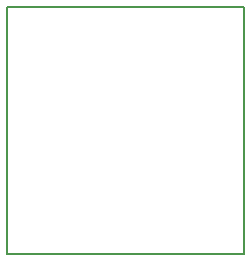
<source format=gbr>
G04 #@! TF.FileFunction,Other,User*
%FSLAX46Y46*%
G04 Gerber Fmt 4.6, Leading zero omitted, Abs format (unit mm)*
G04 Created by KiCad (PCBNEW 4.0.5) date 02/24/17 03:06:36*
%MOMM*%
%LPD*%
G01*
G04 APERTURE LIST*
%ADD10C,0.127000*%
%ADD11C,0.200000*%
G04 APERTURE END LIST*
D10*
D11*
X20091400Y20866100D02*
X0Y20866100D01*
X20091400Y0D02*
X20091400Y20866100D01*
X0Y0D02*
X20091400Y0D01*
X0Y20866100D02*
X0Y0D01*
M02*

</source>
